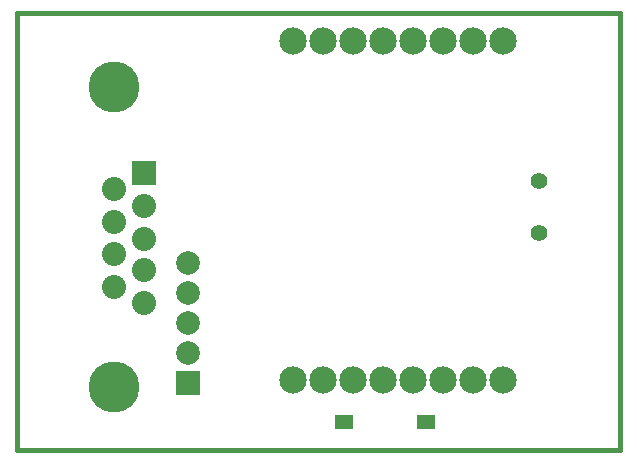
<source format=gts>
G04 (created by PCBNEW (2013-02-27 BZR 3976)-stable) date Tue 05 Mar 2013 10:33:50 AM IST*
%MOIN*%
G04 Gerber Fmt 3.4, Leading zero omitted, Abs format*
%FSLAX34Y34*%
G01*
G70*
G90*
G04 APERTURE LIST*
%ADD10C,2.3622e-06*%
%ADD11C,0.015*%
%ADD12C,0.0909*%
%ADD13C,0.0554*%
%ADD14R,0.0594X0.0515*%
%ADD15R,0.0791X0.0791*%
%ADD16C,0.0791*%
%ADD17C,0.17*%
%ADD18R,0.08X0.08*%
%ADD19C,0.08*%
G04 APERTURE END LIST*
G54D10*
G54D11*
X43307Y-26772D02*
X43307Y-27165D01*
X63386Y-26772D02*
X43307Y-26772D01*
X63386Y-41339D02*
X63386Y-26772D01*
X43307Y-41339D02*
X63386Y-41339D01*
X43307Y-26772D02*
X43307Y-41339D01*
G54D12*
X52500Y-39000D03*
X53500Y-39000D03*
X54500Y-39000D03*
X55500Y-39000D03*
X56500Y-39000D03*
X57500Y-39000D03*
X58500Y-39000D03*
X59500Y-39000D03*
X59500Y-27710D03*
X58500Y-27710D03*
X57500Y-27710D03*
X56500Y-27710D03*
X55500Y-27710D03*
X54500Y-27710D03*
X53500Y-27710D03*
X52500Y-27710D03*
G54D13*
X60683Y-32384D03*
X60683Y-34116D03*
G54D14*
X56939Y-40400D03*
X54183Y-40400D03*
G54D15*
X49000Y-39100D03*
G54D16*
X49000Y-38100D03*
X49000Y-37100D03*
X49000Y-36100D03*
X49000Y-35100D03*
G54D17*
X46510Y-29250D03*
X46510Y-39250D03*
G54D18*
X47510Y-32100D03*
G54D19*
X47510Y-33200D03*
X47510Y-34300D03*
X47510Y-35350D03*
X47510Y-36450D03*
X46510Y-35900D03*
X46510Y-34800D03*
X46510Y-33750D03*
X46510Y-32650D03*
M02*

</source>
